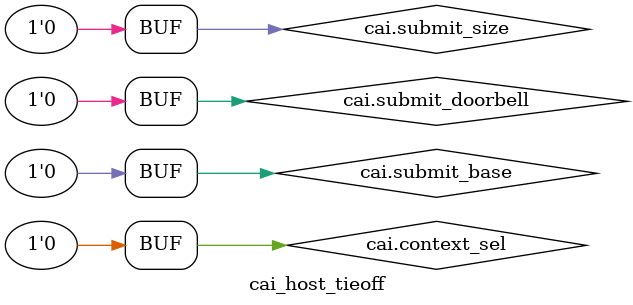
<source format=sv>

module cai_host_tieoff (
    cai_if.host cai
);
  assign cai.submit_base = '0;
  assign cai.submit_size = '0;
  assign cai.submit_doorbell = 1'b0;
  assign cai.context_sel = '0;

endmodule : cai_host_tieoff

</source>
